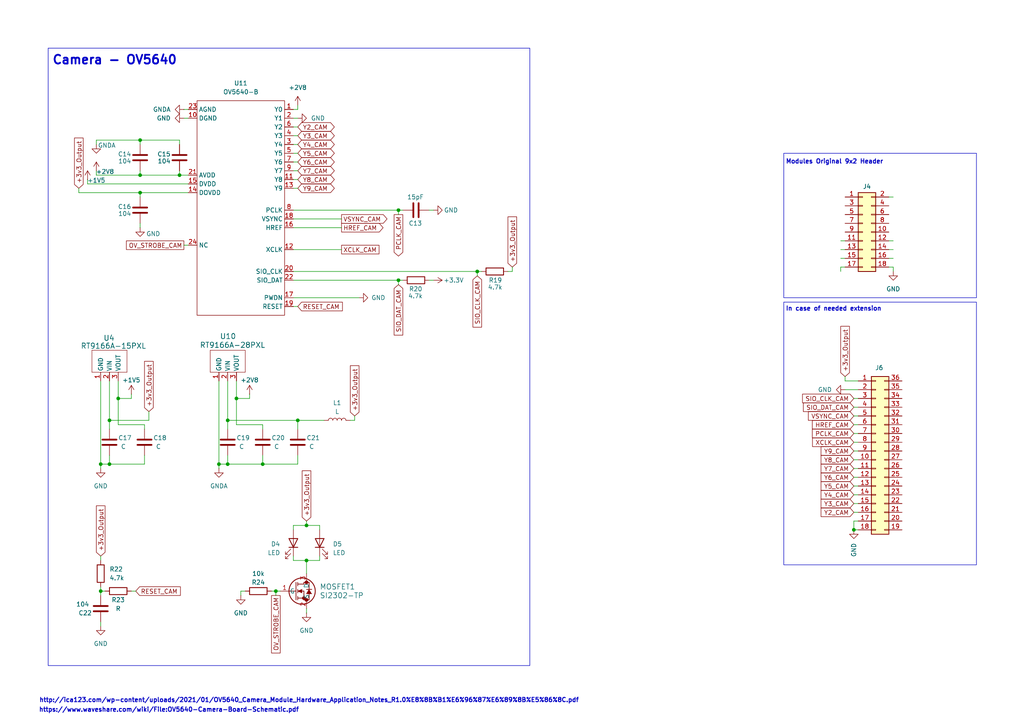
<source format=kicad_sch>
(kicad_sch (version 20231120) (generator "eeschema") (generator_version "8.0")
  (paper "A4")
  (lib_symbols
    (symbol "Connector_Generic:Conn_02x09_Odd_Even" (pin_names (offset 1.016) hide)
      (property "Reference" "J4" (at 1.27 13.208 0))
      (symbol "Conn_02x09_Odd_Even_1_1"
        (rectangle (start -1.27 -10.033) (end 0 -10.287) (stroke (width 0.1524)))
        (rectangle (start -1.27 -7.493) (end 0 -7.747) (stroke (width 0.1524)))
        (rectangle (start -1.27 -4.953) (end 0 -5.207) (stroke (width 0.1524)))
        (rectangle (start -1.27 -2.413) (end 0 -2.667) (stroke (width 0.1524)))
        (rectangle (start -1.27 0.127) (end 0 -0.127) (stroke (width 0.1524)))
        (rectangle (start -1.27 2.667) (end 0 2.413) (stroke (width 0.1524)))
        (rectangle (start -1.27 5.207) (end 0 4.953) (stroke (width 0.1524)))
        (rectangle (start -1.27 7.747) (end 0 7.493) (stroke (width 0.1524)))
        (rectangle (start -1.27 10.287) (end 0 10.033) (stroke (width 0.1524)))
        (rectangle (start -1.27 11.43) (end 3.81 -11.43) (stroke (width 0.254)) (fill (type background)))
        (rectangle (start 3.81 -10.033) (end 2.54 -10.287) (stroke (width 0.1524)))
        (rectangle (start 3.81 -7.493) (end 2.54 -7.747) (stroke (width 0.1524)))
        (rectangle (start 3.81 -4.953) (end 2.54 -5.207) (stroke (width 0.1524)))
        (rectangle (start 3.81 -2.413) (end 2.54 -2.667) (stroke (width 0.1524)))
        (rectangle (start 3.81 0.127) (end 2.54 -0.127) (stroke (width 0.1524)))
        (rectangle (start 3.81 2.667) (end 2.54 2.413) (stroke (width 0.1524)))
        (rectangle (start 3.81 5.207) (end 2.54 4.953) (stroke (width 0.1524)))
        (rectangle (start 3.81 7.747) (end 2.54 7.493) (stroke (width 0.1524)))
        (rectangle (start 3.81 10.287) (end 2.54 10.033) (stroke (width 0.1524)))
        (pin passive line (at -5.08 10.16 0) (length 3.81) (name "Pin_1") (number "1"))
        (pin passive line (at 7.62 0 180) (length 3.81) (name "Pin_10") (number "10"))
        (pin passive line (at -5.08 -2.54 0) (length 3.81) (name "Pin_11") (number "11"))
        (pin passive line (at 7.62 -2.54 180) (length 3.81) (name "Pin_12") (number "12"))
        (pin passive line (at -5.08 -5.08 0) (length 3.81) (name "Pin_13") (number "13"))
        (pin passive line (at 7.62 -5.08 180) (length 3.81) (name "Pin_14") (number "14"))
        (pin passive line (at -5.08 -7.62 0) (length 3.81) (name "Pin_15") (number "15"))
        (pin passive line (at 7.62 -7.62 180) (length 3.81) (name "Pin_16") (number "16"))
        (pin passive line (at -5.08 -10.16 0) (length 3.81) (name "Pin_17") (number "17"))
        (pin passive line (at 7.62 -10.16 180) (length 3.81) (name "Pin_18") (number "18"))
        (pin passive line (at 7.62 10.16 180) (length 3.81) (name "Pin_2") (number "2"))
        (pin passive line (at -5.08 7.62 0) (length 3.81) (name "Pin_3") (number "3"))
        (pin passive line (at 7.62 7.62 180) (length 3.81) (name "Pin_4") (number "4"))
        (pin passive line (at -5.08 5.08 0) (length 3.81) (name "Pin_5") (number "5"))
        (pin passive line (at 7.62 5.08 180) (length 3.81) (name "Pin_6") (number "6"))
        (pin passive line (at -5.08 2.54 0) (length 3.81) (name "Pin_7") (number "7"))
        (pin passive line (at 7.62 2.54 180) (length 3.81) (name "Pin_8") (number "8"))
        (pin passive line (at -5.08 0 0) (length 3.81) (name "Pin_9") (number "9"))
      )
    )
    (symbol "Connector_Generic:Conn_02x18_Counter_Clockwise" (pin_names (offset 1.016) hide)
      (property "Reference" "J" (at 1.27 22.86 0))
      (property "Value" "Conn_02x18_Counter_Clockwise" (at 1.27 -25.4 0))
      (symbol "Conn_02x18_Counter_Clockwise_1_1"
        (rectangle (start -1.27 -22.733) (end 0 -22.987) (stroke (width 0.1524)))
        (rectangle (start -1.27 -20.193) (end 0 -20.447) (stroke (width 0.1524)))
        (rectangle (start -1.27 -17.653) (end 0 -17.907) (stroke (width 0.1524)))
        (rectangle (start -1.27 -15.113) (end 0 -15.367) (stroke (width 0.1524)))
        (rectangle (start -1.27 -12.573) (end 0 -12.827) (stroke (width 0.1524)))
        (rectangle (start -1.27 -10.033) (end 0 -10.287) (stroke (width 0.1524)))
        (rectangle (start -1.27 -7.493) (end 0 -7.747) (stroke (width 0.1524)))
        (rectangle (start -1.27 -4.953) (end 0 -5.207) (stroke (width 0.1524)))
        (rectangle (start -1.27 -2.413) (end 0 -2.667) (stroke (width 0.1524)))
        (rectangle (start -1.27 0.127) (end 0 -0.127) (stroke (width 0.1524)))
        (rectangle (start -1.27 2.667) (end 0 2.413) (stroke (width 0.1524)))
        (rectangle (start -1.27 5.207) (end 0 4.953) (stroke (width 0.1524)))
        (rectangle (start -1.27 7.747) (end 0 7.493) (stroke (width 0.1524)))
        (rectangle (start -1.27 10.287) (end 0 10.033) (stroke (width 0.1524)))
        (rectangle (start -1.27 12.827) (end 0 12.573) (stroke (width 0.1524)))
        (rectangle (start -1.27 15.367) (end 0 15.113) (stroke (width 0.1524)))
        (rectangle (start -1.27 17.907) (end 0 17.653) (stroke (width 0.1524)))
        (rectangle (start -1.27 20.447) (end 0 20.193) (stroke (width 0.1524)))
        (rectangle (start -1.27 21.59) (end 3.81 -24.13) (stroke (width 0.254)) (fill (type background)))
        (rectangle (start 3.81 -22.733) (end 2.54 -22.987) (stroke (width 0.1524)))
        (rectangle (start 3.81 -20.193) (end 2.54 -20.447) (stroke (width 0.1524)))
        (rectangle (start 3.81 -17.653) (end 2.54 -17.907) (stroke (width 0.1524)))
        (rectangle (start 3.81 -15.113) (end 2.54 -15.367) (stroke (width 0.1524)))
        (rectangle (start 3.81 -12.573) (end 2.54 -12.827) (stroke (width 0.1524)))
        (rectangle (start 3.81 -10.033) (end 2.54 -10.287) (stroke (width 0.1524)))
        (rectangle (start 3.81 -7.493) (end 2.54 -7.747) (stroke (width 0.1524)))
        (rectangle (start 3.81 -4.953) (end 2.54 -5.207) (stroke (width 0.1524)))
        (rectangle (start 3.81 -2.413) (end 2.54 -2.667) (stroke (width 0.1524)))
        (rectangle (start 3.81 0.127) (end 2.54 -0.127) (stroke (width 0.1524)))
        (rectangle (start 3.81 2.667) (end 2.54 2.413) (stroke (width 0.1524)))
        (rectangle (start 3.81 5.207) (end 2.54 4.953) (stroke (width 0.1524)))
        (rectangle (start 3.81 7.747) (end 2.54 7.493) (stroke (width 0.1524)))
        (rectangle (start 3.81 10.287) (end 2.54 10.033) (stroke (width 0.1524)))
        (rectangle (start 3.81 12.827) (end 2.54 12.573) (stroke (width 0.1524)))
        (rectangle (start 3.81 15.367) (end 2.54 15.113) (stroke (width 0.1524)))
        (rectangle (start 3.81 17.907) (end 2.54 17.653) (stroke (width 0.1524)))
        (rectangle (start 3.81 20.447) (end 2.54 20.193) (stroke (width 0.1524)))
        (pin passive line (at -5.08 20.32 0) (length 3.81) (name "Pin_1") (number "1"))
        (pin passive line (at -5.08 -2.54 0) (length 3.81) (name "Pin_10") (number "10"))
        (pin passive line (at -5.08 -5.08 0) (length 3.81) (name "Pin_11") (number "11"))
        (pin passive line (at -5.08 -7.62 0) (length 3.81) (name "Pin_12") (number "12"))
        (pin passive line (at -5.08 -10.16 0) (length 3.81) (name "Pin_13") (number "13"))
        (pin passive line (at -5.08 -12.7 0) (length 3.81) (name "Pin_14") (number "14"))
        (pin passive line (at -5.08 -15.24 0) (length 3.81) (name "Pin_15") (number "15"))
        (pin passive line (at -5.08 -17.78 0) (length 3.81) (name "Pin_16") (number "16"))
        (pin passive line (at -5.08 -20.32 0) (length 3.81) (name "Pin_17") (number "17"))
        (pin passive line (at -5.08 -22.86 0) (length 3.81) (name "Pin_18") (number "18"))
        (pin passive line (at 7.62 -22.86 180) (length 3.81) (name "Pin_19") (number "19"))
        (pin passive line (at -5.08 17.78 0) (length 3.81) (name "Pin_2") (number "2"))
        (pin passive line (at 7.62 -20.32 180) (length 3.81) (name "Pin_20") (number "20"))
        (pin passive line (at 7.62 -17.78 180) (length 3.81) (name "Pin_21") (number "21"))
        (pin passive line (at 7.62 -15.24 180) (length 3.81) (name "Pin_22") (number "22"))
        (pin passive line (at 7.62 -12.7 180) (length 3.81) (name "Pin_23") (number "23"))
        (pin passive line (at 7.62 -10.16 180) (length 3.81) (name "Pin_24") (number "24"))
        (pin passive line (at 7.62 -7.62 180) (length 3.81) (name "Pin_25") (number "25"))
        (pin passive line (at 7.62 -5.08 180) (length 3.81) (name "Pin_26") (number "26"))
        (pin passive line (at 7.62 -2.54 180) (length 3.81) (name "Pin_27") (number "27"))
        (pin passive line (at 7.62 0 180) (length 3.81) (name "Pin_28") (number "28"))
        (pin passive line (at 7.62 2.54 180) (length 3.81) (name "Pin_29") (number "29"))
        (pin passive line (at -5.08 15.24 0) (length 3.81) (name "Pin_3") (number "3"))
        (pin passive line (at 7.62 5.08 180) (length 3.81) (name "Pin_30") (number "30"))
        (pin passive line (at 7.62 7.62 180) (length 3.81) (name "Pin_31") (number "31"))
        (pin passive line (at 7.62 10.16 180) (length 3.81) (name "Pin_32") (number "32"))
        (pin passive line (at 7.62 12.7 180) (length 3.81) (name "Pin_33") (number "33"))
        (pin passive line (at 7.62 15.24 180) (length 3.81) (name "Pin_34") (number "34"))
        (pin passive line (at 7.62 17.78 180) (length 3.81) (name "Pin_35") (number "35"))
        (pin passive line (at 7.62 20.32 180) (length 3.81) (name "Pin_36") (number "36"))
        (pin passive line (at -5.08 12.7 0) (length 3.81) (name "Pin_4") (number "4"))
        (pin passive line (at -5.08 10.16 0) (length 3.81) (name "Pin_5") (number "5"))
        (pin passive line (at -5.08 7.62 0) (length 3.81) (name "Pin_6") (number "6"))
        (pin passive line (at -5.08 5.08 0) (length 3.81) (name "Pin_7") (number "7"))
        (pin passive line (at -5.08 2.54 0) (length 3.81) (name "Pin_8") (number "8"))
        (pin passive line (at -5.08 0 0) (length 3.81) (name "Pin_9") (number "9"))
      )
    )
    (symbol "Device:C" (pin_numbers hide) (pin_names (offset 0.254))
      (property "Reference" "C" (at 0.635 2.54 0))
      (property "Value" "C" (at 0.635 -2.54 0))
      (symbol "C_0_1"
        (polyline (pts (xy -2.032 -0.762) (xy 2.032 -0.762)) (stroke (width 0.508)))
        (polyline (pts (xy -2.032 0.762) (xy 2.032 0.762)) (stroke (width 0.508)))
      )
      (symbol "C_1_1"
        (pin passive line (at 0 3.81 270) (length 2.794) (name "~") (number "1"))
        (pin passive line (at 0 -3.81 90) (length 2.794) (name "~") (number "2"))
      )
    )
    (symbol "Device:L" (pin_numbers hide) (pin_names (offset 1.016) hide)
      (property "Reference" "L" (at -1.27 0 90))
      (property "Value" "L" (at 1.905 0 90))
      (symbol "L_0_1"
        (arc (start 0 -2.54) (mid 0.6323 -1.905) (end 0 -1.27))
        (arc (start 0 -1.27) (mid 0.6323 -0.635) (end 0 0))
        (arc (start 0 0) (mid 0.6323 0.635) (end 0 1.27))
        (arc (start 0 1.27) (mid 0.6323 1.905) (end 0 2.54))
      )
      (symbol "L_1_1"
        (pin passive line (at 0 3.81 270) (length 1.27) (name "1") (number "1"))
        (pin passive line (at 0 -3.81 90) (length 1.27) (name "2") (number "2"))
      )
    )
    (symbol "Device:LED" (pin_numbers hide) (pin_names (offset 1.016) hide)
      (property "Reference" "D" (at 0 2.54 0))
      (property "Value" "LED" (at 0 -2.54 0))
      (symbol "LED_0_1"
        (polyline (pts (xy -1.27 -1.27) (xy -1.27 1.27)) (stroke (width 0.254)))
        (polyline (pts (xy -1.27 0) (xy 1.27 0)))
        (polyline (pts (xy 1.27 -1.27) (xy 1.27 1.27) (xy -1.27 0) (xy 1.27 -1.27)) (stroke (width 0.254)))
        (polyline (pts (xy -3.048 -0.762) (xy -4.572 -2.286) (xy -3.81 -2.286) (xy -4.572 -2.286) (xy -4.572 -1.524)))
        (polyline (pts (xy -1.778 -0.762) (xy -3.302 -2.286) (xy -2.54 -2.286) (xy -3.302 -2.286) (xy -3.302 -1.524)))
      )
      (symbol "LED_1_1"
        (pin passive line (at -3.81 0 0) (length 2.54) (name "K") (number "1"))
        (pin passive line (at 3.81 0 180) (length 2.54) (name "A") (number "2"))
      )
    )
    (symbol "Device:R" (pin_numbers hide) (pin_names (offset 0))
      (property "Reference" "R" (at 2.032 0 90))
      (property "Value" "R" (at 0 0 90))
      (symbol "R_0_1"
        (rectangle (start -1.016 -2.54) (end 1.016 2.54) (stroke (width 0.254)))
      )
      (symbol "R_1_1"
        (pin passive line (at 0 3.81 270) (length 1.27) (name "~") (number "1"))
        (pin passive line (at 0 -3.81 90) (length 1.27) (name "~") (number "2"))
      )
    )
    (symbol "OV5640_1"
      (property "Reference" "U" (at 0 21.844 0))
      (property "Value" "OV5640-B" (at 0.254 19.812 0))
      (symbol "OV5640_1_0_1"
        (rectangle (start -12.7 19.05) (end 12.7 -43.18))
      )
      (symbol "OV5640_1_1_1"
        (pin bidirectional line (at 15.24 16.51 180) (length 2.54) (name "Y0") (number "1"))
        (pin input line (at -15.24 13.97 0) (length 2.54) (name "DGND") (number "10"))
        (pin bidirectional line (at 15.24 -3.81 180) (length 2.54) (name "Y8") (number "11"))
        (pin input line (at 15.24 -24.13 180) (length 2.54) (name "XCLK") (number "12"))
        (pin bidirectional line (at 15.24 -6.35 180) (length 2.54) (name "Y9") (number "13"))
        (pin input line (at -15.24 -7.62 0) (length 2.54) (name "DOVDD") (number "14"))
        (pin input line (at -15.24 -5.08 0) (length 2.54) (name "DVDD") (number "15"))
        (pin output line (at 15.24 -17.78 180) (length 2.54) (name "HREF") (number "16"))
        (pin input line (at 15.24 -38.1 180) (length 2.54) (name "PWDN") (number "17"))
        (pin output line (at 15.24 -15.24 180) (length 2.54) (name "VSYNC") (number "18"))
        (pin input line (at 15.24 -40.64 180) (length 2.54) (name "RESET") (number "19"))
        (pin bidirectional line (at 15.24 13.97 180) (length 2.54) (name "Y1") (number "2"))
        (pin bidirectional line (at 15.24 -30.48 180) (length 2.54) (name "SIO_CLK") (number "20"))
        (pin input line (at -15.24 -2.54 0) (length 2.54) (name "AVDD") (number "21"))
        (pin bidirectional line (at 15.24 -33.02 180) (length 2.54) (name "SIO_DAT") (number "22"))
        (pin input line (at -15.24 16.51 0) (length 2.54) (name "AGND") (number "23"))
        (pin input line (at -15.24 -22.86 0) (length 2.54) (name "NC") (number "24"))
        (pin bidirectional line (at 15.24 6.35 180) (length 2.54) (name "Y4") (number "3"))
        (pin bidirectional line (at 15.24 8.89 180) (length 2.54) (name "Y3") (number "4"))
        (pin bidirectional line (at 15.24 3.81 180) (length 2.54) (name "Y5") (number "5"))
        (pin bidirectional line (at 15.24 11.43 180) (length 2.54) (name "Y2") (number "6"))
        (pin bidirectional line (at 15.24 1.27 180) (length 2.54) (name "Y6") (number "7"))
        (pin output line (at 15.24 -12.7 180) (length 2.54) (name "PCLK") (number "8"))
        (pin bidirectional line (at 15.24 -1.27 180) (length 2.54) (name "Y7") (number "9"))
      )
    )
    (symbol "capstone:RT9166A-15PXL" (pin_names (offset 0.254))
      (property "Reference" "U" (at 0.254 6.604 0))
      (property "Value" "RT9166A-15PXL" (at 0.254 4.064 0))
      (symbol "RT9166A-15PXL_0_1"
        (polyline (pts (xy -5.08 -3.81) (xy 5.08 -3.81)) (stroke (width 0.127)))
        (polyline (pts (xy -5.08 2.54) (xy -5.08 -3.81)) (stroke (width 0.127)))
        (polyline (pts (xy 5.08 -3.81) (xy 5.08 2.54)) (stroke (width 0.127)))
        (polyline (pts (xy 5.08 2.54) (xy -5.08 2.54)) (stroke (width 0.127)))
      )
      (symbol "RT9166A-15PXL_1_1"
        (pin power_out line (at -2.54 -6.35 90) (length 2.54) (name "GND") (number "1"))
        (pin input line (at 0 -6.35 90) (length 2.54) (name "VIN") (number "2"))
        (pin output line (at 2.54 -6.35 90) (length 2.54) (name "VOUT") (number "3"))
      )
    )
    (symbol "capstone:RT9166A-28PXL" (pin_names (offset 0.254))
      (property "Reference" "U" (at 0.508 6.858 0))
      (property "Value" "RT9166A-28PXL" (at 0.508 4.318 0))
      (symbol "RT9166A-28PXL_0_1"
        (polyline (pts (xy -5.08 -3.81) (xy 5.08 -3.81)) (stroke (width 0.127)))
        (polyline (pts (xy -5.08 2.54) (xy -5.08 -3.81)) (stroke (width 0.127)))
        (polyline (pts (xy 5.08 -3.81) (xy 5.08 2.54)) (stroke (width 0.127)))
        (polyline (pts (xy 5.08 2.54) (xy -5.08 2.54)) (stroke (width 0.127)))
      )
      (symbol "RT9166A-28PXL_1_1"
        (pin power_out line (at -2.54 -6.35 90) (length 2.54) (name "GND") (number "1"))
        (pin input line (at 0 -6.35 90) (length 2.54) (name "VIN") (number "2"))
        (pin output line (at 2.54 -6.35 90) (length 2.54) (name "VOUT") (number "3"))
      )
    )
    (symbol "capstone:SI2302-TP" (pin_names (offset 0.254))
      (property "Reference" "MOSFET" (at 6.604 4.572 0))
      (property "Value" "SI2302-TP" (at 8.89 -4.318 0))
      (symbol "SI2302-TP_0_1"
        (polyline (pts (xy -3.81 0) (xy -1.905 0)) (stroke (width 0.2032)))
        (polyline (pts (xy -1.778 -2.54) (xy -1.778 2.54)) (stroke (width 0.2032)))
        (polyline (pts (xy -1.27 -2.54) (xy -1.27 -1.524)) (stroke (width 0.2032)))
        (polyline (pts (xy -1.27 -2.032) (xy 0.508 -2.032)) (stroke (width 0.2032)))
        (polyline (pts (xy -1.27 -0.508) (xy -1.27 0.508)) (stroke (width 0.2032)))
        (polyline (pts (xy -1.27 1.524) (xy -1.27 2.54)) (stroke (width 0.2032)))
        (polyline (pts (xy -1.27 2.032) (xy 0.508 2.032)) (stroke (width 0.2032)))
        (polyline (pts (xy 0 0) (xy 0.508 0)) (stroke (width 0.2032)))
        (polyline (pts (xy 0.508 -2.54) (xy 0.508 0)) (stroke (width 0.2032)))
        (polyline (pts (xy 0.508 -2.54) (xy 2.032 -2.54)) (stroke (width 0.2032)))
        (polyline (pts (xy 0.508 2.032) (xy 0.508 2.54)) (stroke (width 0.2032)))
        (polyline (pts (xy 0.508 2.54) (xy 2.032 2.54)) (stroke (width 0.2032)))
        (polyline (pts (xy 2.032 -2.54) (xy 2.032 -0.762)) (stroke (width 0.2032)))
        (polyline (pts (xy 2.032 0.508) (xy 2.032 2.54)) (stroke (width 0.2032)))
        (polyline (pts (xy 2.794 0.508) (xy 1.27 0.508)) (stroke (width 0.2032)))
        (polyline (pts (xy 0 0.508) (xy -1.27 0) (xy 0 -0.508)) (fill (type outline)))
        (polyline (pts (xy 2.794 -0.762) (xy 1.27 -0.762) (xy 2.032 0.508)) (fill (type outline)))
        (circle (center 0 0) (radius 3.81) (stroke (width 0.254)))
        (circle (center 0.508 -2.032) (radius 0.0254) (stroke (width 0.508)))
        (circle (center 1.27 -2.54) (radius 0.0254) (stroke (width 0.508)))
        (circle (center 1.27 2.54) (radius 0.0254) (stroke (width 0.508)))
        (pin unspecified line (at -6.35 0 0) (length 2.54) (name "G") (number "1"))
        (pin unspecified line (at 1.27 -5.08 90) (length 2.54) (name "S") (number "2"))
        (pin unspecified line (at 1.27 5.08 270) (length 2.54) (name "D") (number "3"))
      )
    )
    (symbol "power:+1V5" (power) (pin_numbers hide) (pin_names (offset 0) hide)
      (property "Value" "+1V5" (at 0 3.556 0))
      (symbol "+1V5_0_1"
        (polyline (pts (xy -0.762 1.27) (xy 0 2.54)))
        (polyline (pts (xy 0 0) (xy 0 2.54)))
        (polyline (pts (xy 0 2.54) (xy 0.762 1.27)))
      )
      (symbol "+1V5_1_1"
        (pin power_in line (at 0 0 90) (length 0) (name "~") (number "1"))
      )
    )
    (symbol "power:+2V8" (power) (pin_numbers hide) (pin_names (offset 0) hide)
      (property "Value" "+2V8" (at 0 3.556 0))
      (symbol "+2V8_0_1"
        (polyline (pts (xy -0.762 1.27) (xy 0 2.54)))
        (polyline (pts (xy 0 0) (xy 0 2.54)))
        (polyline (pts (xy 0 2.54) (xy 0.762 1.27)))
      )
      (symbol "+2V8_1_1"
        (pin power_in line (at 0 0 90) (length 0) (name "~") (number "1"))
      )
    )
    (symbol "power:+3.3V" (power) (pin_numbers hide) (pin_names (offset 0) hide)
      (property "Value" "+3.3V" (at 0 3.556 0))
      (symbol "+3.3V_0_1"
        (polyline (pts (xy -0.762 1.27) (xy 0 2.54)))
        (polyline (pts (xy 0 0) (xy 0 2.54)))
        (polyline (pts (xy 0 2.54) (xy 0.762 1.27)))
      )
      (symbol "+3.3V_1_1"
        (pin power_in line (at 0 0 90) (length 0) (name "~") (number "1"))
      )
    )
    (symbol "power:GND" (power) (pin_numbers hide) (pin_names (offset 0) hide)
      (property "Value" "GND" (at 0 -3.81 0))
      (symbol "GND_0_1"
        (polyline (pts (xy 0 0) (xy 0 -1.27) (xy 1.27 -1.27) (xy 0 -2.54) (xy -1.27 -1.27) (xy 0 -1.27)))
      )
      (symbol "GND_1_1"
        (pin power_in line (at 0 0 270) (length 0) (name "~") (number "1"))
      )
    )
    (symbol "power:GNDA" (power) (pin_numbers hide) (pin_names (offset 0) hide)
      (property "Value" "GNDA" (at 0 -3.81 0))
      (symbol "GNDA_0_1"
        (polyline (pts (xy 0 0) (xy 0 -1.27) (xy 1.27 -1.27) (xy 0 -2.54) (xy -1.27 -1.27) (xy 0 -1.27)))
      )
      (symbol "GNDA_1_1"
        (pin power_in line (at 0 0 270) (length 0) (name "~") (number "1"))
      )
    )
  )
  (junction (at 34.29 115.57))
  (junction (at 80.01 171.45))
  (junction (at 52.07 50.8))
  (junction (at 40.64 40.64))
  (junction (at 247.65 153.67))
  (junction (at 40.64 55.88))
  (junction (at 31.75 134.62))
  (junction (at 66.04 121.92))
  (junction (at 31.75 121.92))
  (junction (at 29.21 171.45))
  (junction (at 115.57 60.96))
  (junction (at 40.64 50.8))
  (junction (at 115.57 81.28))
  (junction (at 86.36 121.92))
  (junction (at 29.21 134.62))
  (junction (at 63.5 134.62))
  (junction (at 66.04 134.62))
  (junction (at 138.43 78.74))
  (junction (at 88.9 162.56))
  (junction (at 76.2 134.62))
  (junction (at 88.9 152.4))
  (junction (at 68.58 115.57))
  (wire (pts (xy 86.36 121.92) (xy 86.36 124.46)))
  (wire (pts (xy 257.81 77.47) (xy 259.08 77.47)))
  (wire (pts (xy 41.91 134.62) (xy 31.75 134.62)))
  (wire (pts (xy 248.92 118.11) (xy 247.65 118.11)))
  (wire (pts (xy 22.86 55.88) (xy 22.86 54.61)))
  (wire (pts (xy 86.36 121.92) (xy 93.98 121.92)))
  (wire (pts (xy 68.58 115.57) (xy 72.39 115.57)))
  (wire (pts (xy 31.75 121.92) (xy 31.75 124.46)))
  (wire (pts (xy 72.39 114.3) (xy 72.39 115.57)))
  (wire (pts (xy 85.09 86.36) (xy 104.14 86.36)))
  (wire (pts (xy 257.81 57.15) (xy 259.08 57.15)))
  (wire (pts (xy 139.7 78.74) (xy 138.43 78.74)))
  (wire (pts (xy 25.4 53.34) (xy 25.4 52.07)))
  (wire (pts (xy 115.57 62.23) (xy 115.57 60.96)))
  (wire (pts (xy 40.64 57.15) (xy 40.64 55.88)))
  (wire (pts (xy 247.65 120.65) (xy 248.92 120.65)))
  (wire (pts (xy 148.59 77.47) (xy 148.59 78.74)))
  (wire (pts (xy 115.57 82.55) (xy 115.57 81.28)))
  (wire (pts (xy 243.84 74.93) (xy 245.11 74.93)))
  (wire (pts (xy 78.74 171.45) (xy 80.01 171.45)))
  (wire (pts (xy 86.36 132.08) (xy 86.36 134.62)))
  (wire (pts (xy 85.09 78.74) (xy 138.43 78.74)))
  (wire (pts (xy 85.09 152.4) (xy 85.09 153.67)))
  (wire (pts (xy 53.34 31.75) (xy 54.61 31.75)))
  (wire (pts (xy 257.81 72.39) (xy 259.08 72.39)))
  (wire (pts (xy 257.81 69.85) (xy 259.08 69.85)))
  (wire (pts (xy 247.65 115.57) (xy 248.92 115.57)))
  (wire (pts (xy 34.29 123.19) (xy 41.91 123.19)))
  (wire (pts (xy 68.58 123.19) (xy 76.2 123.19)))
  (wire (pts (xy 247.65 135.89) (xy 248.92 135.89)))
  (wire (pts (xy 86.36 41.91) (xy 85.09 41.91)))
  (wire (pts (xy 53.34 34.29) (xy 54.61 34.29)))
  (wire (pts (xy 40.64 66.04) (xy 40.64 64.77)))
  (wire (pts (xy 66.04 121.92) (xy 86.36 121.92)))
  (wire (pts (xy 29.21 110.49) (xy 29.21 134.62)))
  (wire (pts (xy 102.87 120.65) (xy 102.87 121.92)))
  (wire (pts (xy 66.04 134.62) (xy 76.2 134.62)))
  (wire (pts (xy 52.07 40.64) (xy 40.64 40.64)))
  (wire (pts (xy 63.5 134.62) (xy 63.5 135.89)))
  (wire (pts (xy 34.29 115.57) (xy 38.1 115.57)))
  (wire (pts (xy 31.75 110.49) (xy 31.75 121.92)))
  (wire (pts (xy 247.65 146.05) (xy 248.92 146.05)))
  (wire (pts (xy 69.85 171.45) (xy 69.85 172.72)))
  (wire (pts (xy 29.21 180.34) (xy 29.21 181.61)))
  (wire (pts (xy 86.36 36.83) (xy 85.09 36.83)))
  (wire (pts (xy 38.1 171.45) (xy 39.37 171.45)))
  (wire (pts (xy 34.29 110.49) (xy 34.29 115.57)))
  (wire (pts (xy 34.29 115.57) (xy 34.29 123.19)))
  (wire (pts (xy 86.36 49.53) (xy 85.09 49.53)))
  (wire (pts (xy 115.57 60.96) (xy 85.09 60.96)))
  (wire (pts (xy 86.36 46.99) (xy 85.09 46.99)))
  (wire (pts (xy 88.9 152.4) (xy 85.09 152.4)))
  (wire (pts (xy 243.84 77.47) (xy 245.11 77.47)))
  (wire (pts (xy 29.21 172.72) (xy 29.21 171.45)))
  (wire (pts (xy 54.61 53.34) (xy 25.4 53.34)))
  (wire (pts (xy 88.9 162.56) (xy 88.9 166.37)))
  (wire (pts (xy 245.11 110.49) (xy 245.11 109.22)))
  (wire (pts (xy 29.21 171.45) (xy 29.21 170.18)))
  (wire (pts (xy 71.12 171.45) (xy 69.85 171.45)))
  (wire (pts (xy 41.91 123.19) (xy 41.91 124.46)))
  (wire (pts (xy 247.65 133.35) (xy 248.92 133.35)))
  (wire (pts (xy 63.5 134.62) (xy 66.04 134.62)))
  (wire (pts (xy 43.18 121.92) (xy 31.75 121.92)))
  (wire (pts (xy 148.59 78.74) (xy 147.32 78.74)))
  (wire (pts (xy 92.71 161.29) (xy 92.71 162.56)))
  (wire (pts (xy 243.84 69.85) (xy 245.11 69.85)))
  (wire (pts (xy 85.09 63.5) (xy 99.06 63.5)))
  (wire (pts (xy 29.21 161.29) (xy 29.21 162.56)))
  (wire (pts (xy 27.94 50.8) (xy 27.94 49.53)))
  (wire (pts (xy 101.6 121.92) (xy 102.87 121.92)))
  (wire (pts (xy 248.92 123.19) (xy 247.65 123.19)))
  (wire (pts (xy 27.94 40.64) (xy 40.64 40.64)))
  (wire (pts (xy 247.65 153.67) (xy 248.92 153.67)))
  (wire (pts (xy 38.1 114.3) (xy 38.1 115.57)))
  (wire (pts (xy 85.09 162.56) (xy 88.9 162.56)))
  (wire (pts (xy 40.64 55.88) (xy 22.86 55.88)))
  (wire (pts (xy 43.18 119.38) (xy 43.18 121.92)))
  (wire (pts (xy 52.07 41.91) (xy 52.07 40.64)))
  (wire (pts (xy 86.36 88.9) (xy 85.09 88.9)))
  (wire (pts (xy 115.57 81.28) (xy 116.84 81.28)))
  (wire (pts (xy 29.21 134.62) (xy 29.21 135.89)))
  (wire (pts (xy 27.94 40.64) (xy 27.94 41.91)))
  (wire (pts (xy 116.84 60.96) (xy 115.57 60.96)))
  (wire (pts (xy 248.92 110.49) (xy 245.11 110.49)))
  (wire (pts (xy 247.65 148.59) (xy 248.92 148.59)))
  (wire (pts (xy 86.36 39.37) (xy 85.09 39.37)))
  (wire (pts (xy 68.58 110.49) (xy 68.58 115.57)))
  (wire (pts (xy 124.46 60.96) (xy 125.73 60.96)))
  (wire (pts (xy 125.73 81.28) (xy 124.46 81.28)))
  (wire (pts (xy 85.09 161.29) (xy 85.09 162.56)))
  (wire (pts (xy 88.9 151.13) (xy 88.9 152.4)))
  (wire (pts (xy 247.65 151.13) (xy 247.65 153.67)))
  (wire (pts (xy 80.01 171.45) (xy 80.01 172.72)))
  (wire (pts (xy 86.36 30.48) (xy 86.36 31.75)))
  (wire (pts (xy 259.08 77.47) (xy 259.08 78.74)))
  (wire (pts (xy 76.2 123.19) (xy 76.2 124.46)))
  (wire (pts (xy 30.48 171.45) (xy 29.21 171.45)))
  (wire (pts (xy 88.9 176.53) (xy 88.9 177.8)))
  (wire (pts (xy 86.36 52.07) (xy 85.09 52.07)))
  (wire (pts (xy 247.65 125.73) (xy 248.92 125.73)))
  (wire (pts (xy 92.71 152.4) (xy 92.71 153.67)))
  (wire (pts (xy 63.5 110.49) (xy 63.5 134.62)))
  (wire (pts (xy 138.43 80.01) (xy 138.43 78.74)))
  (wire (pts (xy 54.61 50.8) (xy 52.07 50.8)))
  (wire (pts (xy 66.04 132.08) (xy 66.04 134.62)))
  (wire (pts (xy 76.2 132.08) (xy 76.2 134.62)))
  (wire (pts (xy 88.9 152.4) (xy 92.71 152.4)))
  (wire (pts (xy 86.36 54.61) (xy 85.09 54.61)))
  (wire (pts (xy 243.84 77.47) (xy 243.84 78.74)))
  (wire (pts (xy 248.92 151.13) (xy 247.65 151.13)))
  (wire (pts (xy 86.36 134.62) (xy 76.2 134.62)))
  (wire (pts (xy 99.06 72.39) (xy 85.09 72.39)))
  (wire (pts (xy 53.34 71.12) (xy 54.61 71.12)))
  (wire (pts (xy 40.64 50.8) (xy 52.07 50.8)))
  (wire (pts (xy 247.65 130.81) (xy 248.92 130.81)))
  (wire (pts (xy 257.81 74.93) (xy 259.08 74.93)))
  (wire (pts (xy 41.91 132.08) (xy 41.91 134.62)))
  (wire (pts (xy 85.09 81.28) (xy 115.57 81.28)))
  (wire (pts (xy 86.36 34.29) (xy 85.09 34.29)))
  (wire (pts (xy 52.07 49.53) (xy 52.07 50.8)))
  (wire (pts (xy 66.04 121.92) (xy 66.04 124.46)))
  (wire (pts (xy 40.64 40.64) (xy 40.64 41.91)))
  (wire (pts (xy 54.61 55.88) (xy 40.64 55.88)))
  (wire (pts (xy 247.65 140.97) (xy 248.92 140.97)))
  (wire (pts (xy 31.75 132.08) (xy 31.75 134.62)))
  (wire (pts (xy 88.9 162.56) (xy 92.71 162.56)))
  (wire (pts (xy 247.65 143.51) (xy 248.92 143.51)))
  (wire (pts (xy 80.01 171.45) (xy 81.28 171.45)))
  (wire (pts (xy 40.64 49.53) (xy 40.64 50.8)))
  (wire (pts (xy 27.94 50.8) (xy 40.64 50.8)))
  (wire (pts (xy 85.09 31.75) (xy 86.36 31.75)))
  (wire (pts (xy 248.92 113.03) (xy 245.11 113.03)))
  (wire (pts (xy 247.65 138.43) (xy 248.92 138.43)))
  (wire (pts (xy 29.21 134.62) (xy 31.75 134.62)))
  (wire (pts (xy 66.04 110.49) (xy 66.04 121.92)))
  (wire (pts (xy 86.36 44.45) (xy 85.09 44.45)))
  (wire (pts (xy 243.84 72.39) (xy 245.11 72.39)))
  (wire (pts (xy 68.58 115.57) (xy 68.58 123.19)))
  (wire (pts (xy 99.06 66.04) (xy 85.09 66.04)))
  (wire (pts (xy 247.65 128.27) (xy 248.92 128.27)))
  (rectangle (start 13.97 13.97) (end 153.67 193.04))
  (rectangle (start 227.33 44.45) (end 283.21 86.36))
  (rectangle (start 227.33 87.63) (end 283.21 163.83))
  (text "https://www.waveshare.com/wiki/File:OV5640-Camera-Board-Schematic.pdf" (at 49.022 205.994 0) (effects (font (size 1.27 1.27) (bold yes))))
  (text "In case of needed extension" (at 241.808 89.662 0) (effects (font (size 1.27 1.27) (thickness 0.254) (bold yes))))
  (text "Camera - OV5640" (at 33.274 17.526 0) (effects (font (size 2.54 2.54) (bold yes))))
  (text "http://ica123.com/wp-content/uploads/2021/01/OV5640_Camera_Module_Hardware_Application_Notes_R1.0%E8%8B%B1%E6%96%87%E6%89%8B%E5%86%8C.pdf" (at 89.662 203.2 0) (effects (font (size 1.27 1.27) (bold yes))))
  (text "Modules Original 9x2 Header" (at 242.062 46.99 0) (effects (font (size 1.27 1.27) (thickness 0.254) (bold yes))))
  (global_label "+3v3_Output" (shape input) (at 245.11 109.22 90) (property "Intersheetrefs" "${INTERSHEET_REFS}" (effects (hide yes))))
  (global_label "Y2_CAM" (shape input) (at 247.65 148.59 180) (property "Intersheetrefs" "${INTERSHEET_REFS}" (effects (hide yes))))
  (global_label "Y2_CAM" (shape bidirectional) (at 86.36 36.83 0) (property "Intersheetrefs" "${INTERSHEET_REFS}" (effects (hide yes))))
  (global_label "OV_STROBE_CAM" (shape passive) (at 80.01 172.72 270) (property "Intersheetrefs" "${INTERSHEET_REFS}" (effects (hide yes))))
  (global_label "OV_STROBE_CAM" (shape passive) (at 53.34 71.12 180) (property "Intersheetrefs" "${INTERSHEET_REFS}" (effects (hide yes))))
  (global_label "Y5_CAM" (shape bidirectional) (at 86.36 44.45 0) (property "Intersheetrefs" "${INTERSHEET_REFS}" (effects (hide yes))))
  (global_label "XCLK_CAM" (shape passive) (at 99.06 72.39 0) (property "Intersheetrefs" "${INTERSHEET_REFS}" (effects (hide yes))))
  (global_label "+3v3_Output" (shape input) (at 88.9 151.13 90) (property "Intersheetrefs" "${INTERSHEET_REFS}" (effects (hide yes))))
  (global_label "Y4_CAM" (shape input) (at 247.65 143.51 180) (property "Intersheetrefs" "${INTERSHEET_REFS}" (effects (hide yes))))
  (global_label "+3v3_Output" (shape input) (at 22.86 54.61 90) (property "Intersheetrefs" "${INTERSHEET_REFS}" (effects (hide yes))))
  (global_label "HREF_CAM" (shape input) (at 247.65 123.19 180) (property "Intersheetrefs" "${INTERSHEET_REFS}" (effects (hide yes))))
  (global_label "SIO_DAT_CAM" (shape input) (at 115.57 82.55 270) (property "Intersheetrefs" "${INTERSHEET_REFS}" (effects (hide yes))))
  (global_label "HREF_CAM" (shape output) (at 99.06 66.04 0) (property "Intersheetrefs" "${INTERSHEET_REFS}" (effects (hide yes))))
  (global_label "Y6_CAM" (shape input) (at 247.65 138.43 180) (property "Intersheetrefs" "${INTERSHEET_REFS}" (effects (hide yes))))
  (global_label "+3v3_Output" (shape input) (at 148.59 77.47 90) (property "Intersheetrefs" "${INTERSHEET_REFS}" (effects (hide yes))))
  (global_label "Y7_CAM" (shape input) (at 247.65 135.89 180) (property "Intersheetrefs" "${INTERSHEET_REFS}" (effects (hide yes))))
  (global_label "SIO_CLK_CAM" (shape input) (at 247.65 115.57 180) (property "Intersheetrefs" "${INTERSHEET_REFS}" (effects (hide yes))))
  (global_label "Y9_CAM" (shape bidirectional) (at 86.36 54.61 0) (property "Intersheetrefs" "${INTERSHEET_REFS}" (effects (hide yes))))
  (global_label "RESET_CAM" (shape input) (at 86.36 88.9 0) (property "Intersheetrefs" "${INTERSHEET_REFS}" (effects (hide yes))))
  (global_label "Y3_CAM" (shape bidirectional) (at 86.36 39.37 0) (property "Intersheetrefs" "${INTERSHEET_REFS}" (effects (hide yes))))
  (global_label "Y3_CAM" (shape input) (at 247.65 146.05 180) (property "Intersheetrefs" "${INTERSHEET_REFS}" (effects (hide yes))))
  (global_label "PCLK_CAM" (shape input) (at 247.65 125.73 180) (property "Intersheetrefs" "${INTERSHEET_REFS}" (effects (hide yes))))
  (global_label "RESET_CAM" (shape input) (at 39.37 171.45 0) (property "Intersheetrefs" "${INTERSHEET_REFS}" (effects (hide yes))))
  (global_label "Y8_CAM" (shape input) (at 247.65 133.35 180) (property "Intersheetrefs" "${INTERSHEET_REFS}" (effects (hide yes))))
  (global_label "+3v3_Output" (shape input) (at 102.87 120.65 90) (property "Intersheetrefs" "${INTERSHEET_REFS}" (effects (hide yes))))
  (global_label "Y6_CAM" (shape bidirectional) (at 86.36 46.99 0) (property "Intersheetrefs" "${INTERSHEET_REFS}" (effects (hide yes))))
  (global_label "VSYNC_CAM" (shape output) (at 99.06 63.5 0) (property "Intersheetrefs" "${INTERSHEET_REFS}" (effects (hide yes))))
  (global_label "Y5_CAM" (shape input) (at 247.65 140.97 180) (property "Intersheetrefs" "${INTERSHEET_REFS}" (effects (hide yes))))
  (global_label "PCLK_CAM" (shape output) (at 115.57 62.23 270) (property "Intersheetrefs" "${INTERSHEET_REFS}" (effects (hide yes))))
  (global_label "SIO_DAT_CAM" (shape input) (at 247.65 118.11 180) (property "Intersheetrefs" "${INTERSHEET_REFS}" (effects (hide yes))))
  (global_label "Y9_CAM" (shape input) (at 247.65 130.81 180) (property "Intersheetrefs" "${INTERSHEET_REFS}" (effects (hide yes))))
  (global_label "SIO_CLK_CAM" (shape input) (at 138.43 80.01 270) (property "Intersheetrefs" "${INTERSHEET_REFS}" (effects (hide yes))))
  (global_label "Y4_CAM" (shape bidirectional) (at 86.36 41.91 0) (property "Intersheetrefs" "${INTERSHEET_REFS}" (effects (hide yes))))
  (global_label "Y7_CAM" (shape bidirectional) (at 86.36 49.53 0) (property "Intersheetrefs" "${INTERSHEET_REFS}" (effects (hide yes))))
  (global_label "+3v3_Output" (shape input) (at 29.21 161.29 90) (property "Intersheetrefs" "${INTERSHEET_REFS}" (effects (hide yes))))
  (global_label "Y8_CAM" (shape bidirectional) (at 86.36 52.07 0) (property "Intersheetrefs" "${INTERSHEET_REFS}" (effects (hide yes))))
  (global_label "+3v3_Output" (shape input) (at 43.18 119.38 90) (property "Intersheetrefs" "${INTERSHEET_REFS}" (effects (hide yes))))
  (global_label "VSYNC_CAM" (shape input) (at 247.65 120.65 180) (property "Intersheetrefs" "${INTERSHEET_REFS}" (effects (hide yes))))
  (global_label "XCLK_CAM" (shape input) (at 247.65 128.27 180) (property "Intersheetrefs" "${INTERSHEET_REFS}" (effects (hide yes))))
  (symbol (lib_id "power:GNDA") (at 63.5 135.89 0) (unit 1)
    (property "Reference" "#PWR077" (effects (hide yes)))
    (property "Value" "GNDA" (at 63.5 140.97 0))
    (property "Description" "Power symbol creates a global label with name \"GNDA\" , analog ground" (effects (hide yes)))
  )
  (symbol (lib_id "power:GND") (at 104.14 86.36 90) (unit 1)
    (property "Reference" "#PWR062" (effects (hide yes)))
    (property "Value" "GND" (at 107.696 86.36 90) (effects (justify right)))
    (property "Description" "Power symbol creates a global label with name \"GND\" , ground" (effects (hide yes)))
  )
  (symbol (lib_id "power:+2V8") (at 27.94 49.53 0) (unit 1)
    (property "Reference" "#PWR067" (effects (hide yes)))
    (property "Value" "+2V8" (at 30.48 49.784 0))
    (property "Description" "Power symbol creates a global label with name \"+2V8\"" (effects (hide yes)))
  )
  (symbol (lib_id "power:GND") (at 29.21 135.89 0) (unit 1)
    (property "Reference" "#PWR074" (effects (hide yes)))
    (property "Value" "GND" (at 29.21 140.97 0))
    (property "Description" "Power symbol creates a global label with name \"GND\" , ground" (effects (hide yes)))
  )
  (symbol (lib_id "power:GND") (at 88.9 177.8 0) (unit 1)
    (property "Reference" "#PWR081" (effects (hide yes)))
    (property "Value" "GND" (at 88.9 182.88 0))
    (property "Description" "Power symbol creates a global label with name \"GND\" , ground" (effects (hide yes)))
  )
  (symbol (lib_id "power:GND") (at 247.65 153.67 0) (unit 1)
    (property "Reference" "#PWR02" (effects (hide yes)))
    (property "Value" "GND" (at 247.6501 157.48 90) (effects (justify right)))
    (property "Description" "Power symbol creates a global label with name \"GND\" , ground" (effects (hide yes)))
  )
  (symbol (lib_id "power:+1V5") (at 25.4 52.07 0) (unit 1)
    (property "Reference" "#PWR069" (effects (hide yes)))
    (property "Value" "+1V5" (at 27.94 52.324 0))
    (property "Description" "Power symbol creates a global label with name \"+1V5\"" (effects (hide yes)))
  )
  (symbol (lib_id "Device:R") (at 143.51 78.74 90) (unit 1)
    (property "Reference" "R19" (at 141.732 81.28 90) (effects (justify right)))
    (property "Value" "4.7k" (at 141.478 83.312 90) (effects (justify right)))
    (property "Description" "Resistor" (effects (hide yes)))
  )
  (symbol (lib_id "Device:R") (at 74.93 171.45 270) (unit 1)
    (property "Reference" "R24" (at 74.93 168.91 90))
    (property "Value" "10k" (at 74.93 166.37 90))
    (property "Description" "Resistor" (effects (hide yes)))
  )
  (symbol (lib_id "Device:L") (at 97.79 121.92 90) (unit 1)
    (property "Reference" "L1" (at 97.79 116.84 90))
    (property "Value" "L" (at 97.79 119.38 90))
    (property "Description" "Inductor" (effects (hide yes)))
  )
  (symbol (lib_id "Connector_Generic:Conn_02x18_Counter_Clockwise") (at 254 130.81 0) (unit 1)
    (property "Reference" "J6" (at 255.016 106.68 0))
    (property "Value" "Conn_02x18_Counter_Clockwise" (effects (hide yes)))
    (property "Description" "Generic connector, double row, 02x18, counter clockwise pin numbering scheme (similar to DIP package numbering), script generated (kicad-library-utils/schlib/autogen/connector/)" (effects (hide yes)))
  )
  (symbol (lib_id "capstone:SI2302-TP") (at 87.63 171.45 0) (unit 1)
    (property "Reference" "MOSFET1" (at 92.71 170.1799 0) (effects (font (size 1.524 1.524)) (justify left)))
    (property "Value" "SI2302-TP" (at 92.71 172.7199 0) (effects (font (size 1.524 1.524)) (justify left)))
    (property "Footprint" "SOT-23_MCC" (effects (hide yes)))
    (property "Datasheet" "https://www.mccsemi.com/pdf/Products/SI2302(SOT-23).pdf" (effects (hide yes)))
  )
  (symbol (lib_id "power:GND") (at 69.85 172.72 0) (unit 1)
    (property "Reference" "#PWR082" (effects (hide yes)))
    (property "Value" "GND" (at 69.85 177.8 0))
    (property "Description" "Power symbol creates a global label with name \"GND\" , ground" (effects (hide yes)))
  )
  (symbol (lib_id "Connector_Generic:Conn_02x09_Odd_Even") (at 250.19 67.31 0) (unit 1)
    (property "Reference" "J4" (at 251.46 54.102 0))
    (property "Value" "Conn_02x09_Odd_Even" (effects (hide yes)))
    (property "Description" "Generic connector, double row, 02x09, odd/even pin numbering scheme (row 1 odd numbers, row 2 even numbers), script generated (kicad-library-utils/schlib/autogen/connector/)" (effects (hide yes)))
  )
  (symbol (lib_id "Device:C") (at 31.75 128.27 0) (unit 1)
    (property "Reference" "C17" (at 34.29 127 0) (effects (justify left)))
    (property "Value" "C" (at 35.052 129.54 0) (effects (justify left)))
    (property "Description" "Unpolarized capacitor" (effects (hide yes)))
  )
  (symbol (lib_id "Device:C") (at 41.91 128.27 0) (unit 1)
    (property "Reference" "C18" (at 44.45 127 0) (effects (justify left)))
    (property "Value" "C" (at 45.212 129.54 0) (effects (justify left)))
    (property "Description" "Unpolarized capacitor" (effects (hide yes)))
  )
  (symbol (lib_id "Device:LED") (at 92.71 157.48 90) (unit 1)
    (property "Reference" "D5" (at 96.52 157.7974 90) (effects (justify right)))
    (property "Value" "LED" (at 96.52 160.3374 90) (effects (justify right)))
    (property "Description" "Light emitting diode" (effects (hide yes)))
  )
  (symbol (lib_id "power:+2V8") (at 72.39 114.3 0) (unit 1)
    (property "Reference" "#PWR075" (effects (hide yes)))
    (property "Value" "+2V8" (at 72.39 110.236 0))
    (property "Description" "Power symbol creates a global label with name \"+2V8\"" (effects (hide yes)))
  )
  (symbol (lib_id "Device:R") (at 120.65 81.28 90) (unit 1)
    (property "Reference" "R20" (at 118.618 83.82 90) (effects (justify right)))
    (property "Value" "4.7k" (at 118.364 85.852 90) (effects (justify right)))
    (property "Description" "Resistor" (effects (hide yes)))
  )
  (symbol (lib_id "Device:LED") (at 85.09 157.48 270) (mirror x) (unit 1)
    (property "Reference" "D4" (at 81.28 157.7974 90) (effects (justify right)))
    (property "Value" "LED" (at 81.28 160.3374 90) (effects (justify right)))
    (property "Description" "Light emitting diode" (effects (hide yes)))
  )
  (symbol (lib_name "OV5640_1") (lib_id "capstone:OV5640") (at 69.85 48.26 0) (unit 1)
    (property "Reference" "U11" (at 69.85 24.13 0))
    (property "Value" "OV5640-B" (at 69.85 26.67 0))
    (property "Datasheet" "https://cdn.sparkfun.com/datasheets/Sensors/LightImaging/OV5640_datasheet.pdf" (effects (hide yes)))
  )
  (symbol (lib_id "Device:C") (at 40.64 45.72 180) (unit 1)
    (property "Reference" "C14" (at 38.1 44.704 0) (effects (justify left)))
    (property "Value" "104" (at 38.1 46.736 0) (effects (justify left)))
    (property "Description" "Unpolarized capacitor" (effects (hide yes)))
  )
  (symbol (lib_id "Device:C") (at 52.07 45.72 180) (unit 1)
    (property "Reference" "C15" (at 49.53 44.704 0) (effects (justify left)))
    (property "Value" "104" (at 49.53 46.736 0) (effects (justify left)))
    (property "Description" "Unpolarized capacitor" (effects (hide yes)))
  )
  (symbol (lib_id "Device:C") (at 120.65 60.96 90) (unit 1)
    (property "Reference" "C13" (at 122.428 64.77 90) (effects (justify left)))
    (property "Value" "15pF" (at 122.936 57.15 90) (effects (justify left)))
    (property "Description" "Unpolarized capacitor" (effects (hide yes)))
  )
  (symbol (lib_id "Device:C") (at 40.64 60.96 180) (unit 1)
    (property "Reference" "C16" (at 38.1 59.944 0) (effects (justify left)))
    (property "Value" "104" (at 38.1 61.976 0) (effects (justify left)))
    (property "Description" "Unpolarized capacitor" (effects (hide yes)))
  )
  (symbol (lib_id "power:GND") (at 125.73 60.96 90) (unit 1)
    (property "Reference" "#PWR059" (effects (hide yes)))
    (property "Value" "GND" (at 130.81 60.96 90))
    (property "Description" "Power symbol creates a global label with name \"GND\" , ground" (effects (hide yes)))
  )
  (symbol (lib_id "power:GNDA") (at 53.34 31.75 270) (unit 1)
    (property "Reference" "#PWR065" (effects (hide yes)))
    (property "Value" "GNDA" (at 49.53 31.7499 90) (effects (justify right)))
    (property "Description" "Power symbol creates a global label with name \"GNDA\" , analog ground" (effects (hide yes)))
  )
  (symbol (lib_id "power:+2V8") (at 86.36 30.48 0) (unit 1)
    (property "Reference" "#PWR063" (effects (hide yes)))
    (property "Value" "+2V8" (at 86.36 25.4 0))
    (property "Description" "Power symbol creates a global label with name \"+2V8\"" (effects (hide yes)))
  )
  (symbol (lib_id "Device:C") (at 29.21 176.53 180) (unit 1)
    (property "Reference" "C22" (at 26.67 177.8 0) (effects (justify left)))
    (property "Value" "104" (at 25.908 175.26 0) (effects (justify left)))
    (property "Description" "Unpolarized capacitor" (effects (hide yes)))
  )
  (symbol (lib_id "power:GND") (at 259.08 78.74 0) (unit 1)
    (property "Reference" "#PWR084" (effects (hide yes)))
    (property "Value" "GND" (at 259.08 83.82 0))
    (property "Description" "Power symbol creates a global label with name \"GND\" , ground" (effects (hide yes)))
  )
  (symbol (lib_id "capstone:RT9166A-28PXL") (at 66.04 104.14 0) (unit 1)
    (property "Reference" "U10" (at 63.754 97.536 0) (effects (font (size 1.524 1.524)) (justify left)))
    (property "Value" "RT9166A-28PXL" (at 57.912 100.076 0) (effects (font (size 1.524 1.524)) (justify left)))
    (property "Footprint" "SOT-223 (L-Type)" (effects (hide yes)))
    (property "Datasheet" "https://www.digikey.jp/htmldatasheets/production/806499/0/0/1/rt9166-a-.html" (effects (hide yes)))
  )
  (symbol (lib_id "power:+3.3V") (at 125.73 81.28 270) (unit 1)
    (property "Reference" "#PWR061" (effects (hide yes)))
    (property "Value" "+3.3V" (at 131.572 81.28 90))
    (property "Description" "Power symbol creates a global label with name \"+3.3V\"" (effects (hide yes)))
  )
  (symbol (lib_id "Device:R") (at 34.29 171.45 90) (unit 1)
    (property "Reference" "R23" (at 34.29 173.99 90))
    (property "Value" "R" (at 34.29 176.53 90))
    (property "Description" "Resistor" (effects (hide yes)))
  )
  (symbol (lib_id "capstone:RT9166A-15PXL") (at 31.75 104.14 0) (unit 1)
    (property "Reference" "U4" (at 29.972 98.044 0) (effects (font (size 1.524 1.524)) (justify left)))
    (property "Value" "RT9166A-15PXL" (at 23.368 100.33 0) (effects (font (size 1.524 1.524)) (justify left)))
    (property "Footprint" "SOT-223 (L-Type)" (effects (hide yes)))
    (property "Datasheet" "https://www.digikey.jp/htmldatasheets/production/806499/0/0/1/rt9166-a-.html" (effects (hide yes)))
  )
  (symbol (lib_id "power:GND") (at 40.64 66.04 0) (unit 1)
    (property "Reference" "#PWR071" (effects (hide yes)))
    (property "Value" "GND" (at 44.45 67.818 0))
    (property "Description" "Power symbol creates a global label with name \"GND\" , ground" (effects (hide yes)))
  )
  (symbol (lib_id "power:GND") (at 53.34 34.29 270) (unit 1)
    (property "Reference" "#PWR066" (effects (hide yes)))
    (property "Value" "GND" (at 49.53 34.2899 90) (effects (justify right)))
    (property "Description" "Power symbol creates a global label with name \"GND\" , ground" (effects (hide yes)))
  )
  (symbol (lib_id "power:GND") (at 29.21 181.61 0) (unit 1)
    (property "Reference" "#PWR078" (effects (hide yes)))
    (property "Value" "GND" (at 29.21 186.69 0))
    (property "Description" "Power symbol creates a global label with name \"GND\" , ground" (effects (hide yes)))
  )
  (symbol (lib_id "Device:R") (at 29.21 166.37 0) (unit 1)
    (property "Reference" "R22" (at 31.75 165.0999 0) (effects (justify left)))
    (property "Value" "4.7k" (at 31.75 167.6399 0) (effects (justify left)))
    (property "Description" "Resistor" (effects (hide yes)))
  )
  (symbol (lib_id "power:+1V5") (at 38.1 114.3 0) (unit 1)
    (property "Reference" "#PWR072" (effects (hide yes)))
    (property "Value" "+1V5" (at 38.1 110.236 0))
    (property "Description" "Power symbol creates a global label with name \"+1V5\"" (effects (hide yes)))
  )
  (symbol (lib_id "Device:C") (at 76.2 128.27 0) (unit 1)
    (property "Reference" "C20" (at 78.74 127 0) (effects (justify left)))
    (property "Value" "C" (at 79.502 129.54 0) (effects (justify left)))
    (property "Description" "Unpolarized capacitor" (effects (hide yes)))
  )
  (symbol (lib_id "Device:C") (at 86.36 128.27 0) (unit 1)
    (property "Reference" "C21" (at 88.9 127 0) (effects (justify left)))
    (property "Value" "C" (at 89.662 129.54 0) (effects (justify left)))
    (property "Description" "Unpolarized capacitor" (effects (hide yes)))
  )
  (symbol (lib_id "power:GNDA") (at 27.94 41.91 0) (unit 1)
    (property "Reference" "#PWR068" (effects (hide yes)))
    (property "Value" "GNDA" (at 30.988 42.164 0))
    (property "Description" "Power symbol creates a global label with name \"GNDA\" , analog ground" (effects (hide yes)))
  )
  (symbol (lib_id "power:GND") (at 86.36 34.29 90) (unit 1)
    (property "Reference" "#PWR064" (effects (hide yes)))
    (property "Value" "GND" (at 90.17 34.2899 90) (effects (justify right)))
    (property "Description" "Power symbol creates a global label with name \"GND\" , ground" (effects (hide yes)))
  )
  (symbol (lib_id "power:GND") (at 245.11 113.03 270) (unit 1)
    (property "Reference" "#PWR058" (effects (hide yes)))
    (property "Value" "GND" (at 241.3 113.0301 90) (effects (justify right)))
    (property "Description" "Power symbol creates a global label with name \"GND\" , ground" (effects (hide yes)))
  )
  (symbol (lib_id "Device:C") (at 66.04 128.27 0) (unit 1)
    (property "Reference" "C19" (at 68.58 127 0) (effects (justify left)))
    (property "Value" "C" (at 69.342 129.54 0) (effects (justify left)))
    (property "Description" "Unpolarized capacitor" (effects (hide yes)))
  )
)
</source>
